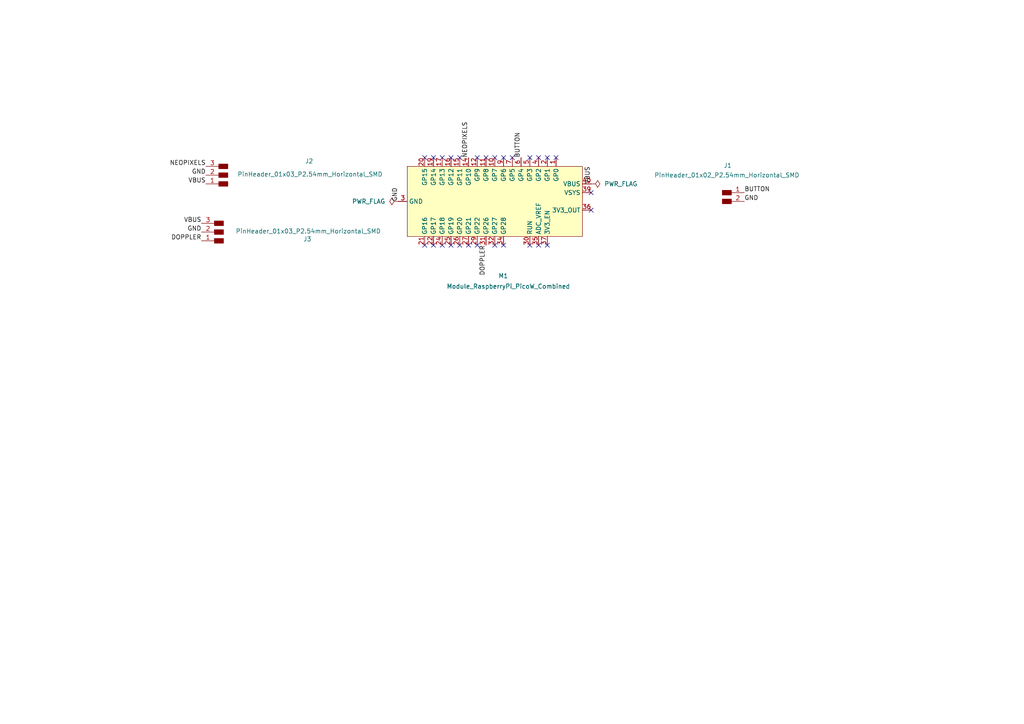
<source format=kicad_sch>
(kicad_sch (version 20250114) (generator "eeschema") (generator_version "9.0")
  (paper "A4")
  (title_block (title "Final project - Raspberry Pi Pico W") (date "2025-05-14") (rev "Ólöf Hannesdóttir"))
  (lib_symbols
    (symbol "fab:Module_RaspberryPi_PicoW_Combined"
      (property "Reference" "M" (at 0 0 0))
      (property "Value" "Module_RaspberryPi_PicoW_Combined" (at 0 0 0))
      (symbol "Module_RaspberryPi_PicoW_Combined_1_1"
        (rectangle (start -10.16 25.4) (end 10.16 -25.4) (fill (type background)))
        (pin bidirectional line (at -12.7 17.78 0) (length 2.54) (name "GP0") (number "1"))
        (pin bidirectional line (at -12.7 15.24 0) (length 2.54) (name "GP1") (number "2"))
        (pin bidirectional line (at -12.7 12.7 0) (length 2.54) (name "GP2") (number "4"))
        (pin bidirectional line (at -12.7 10.16 0) (length 2.54) (name "GP3") (number "5"))
        (pin bidirectional line (at -12.7 7.62 0) (length 2.54) (name "GP4") (number "6"))
        (pin bidirectional line (at -12.7 5.08 0) (length 2.54) (name "GP5") (number "7"))
        (pin bidirectional line (at -12.7 2.54 0) (length 2.54) (name "GP6") (number "9"))
        (pin bidirectional line (at -12.7 0 0) (length 2.54) (name "GP7") (number "10"))
        (pin bidirectional line (at -12.7 -2.54 0) (length 2.54) (name "GP8") (number "11"))
        (pin bidirectional line (at -12.7 -5.08 0) (length 2.54) (name "GP9") (number "12"))
        (pin bidirectional line (at -12.7 -7.62 0) (length 2.54) (name "GP10") (number "14"))
        (pin bidirectional line (at -12.7 -10.16 0) (length 2.54) (name "GP11") (number "15"))
        (pin bidirectional line (at -12.7 -12.7 0) (length 2.54) (name "GP12") (number "16"))
        (pin bidirectional line (at -12.7 -15.24 0) (length 2.54) (name "GP13") (number "17"))
        (pin bidirectional line (at -12.7 -17.78 0) (length 2.54) (name "GP14") (number "19"))
        (pin bidirectional line (at -12.7 -20.32 0) (length 2.54) (name "GP15") (number "20"))
        (pin power_in line (at -5.08 27.94 270) (length 2.54) (name "VBUS") (number "40"))
        (pin power_in line (at -2.54 27.94 270) (length 2.54) (name "VSYS") (number "39"))
        (pin passive line (at 0 -27.94 90) (length 2.54) (hide yes) (name "GND") (number "13"))
        (pin passive line (at 0 -27.94 90) (length 2.54) (hide yes) (name "GND") (number "18"))
        (pin passive line (at 0 -27.94 90) (length 2.54) (hide yes) (name "GND") (number "23"))
        (pin passive line (at 0 -27.94 90) (length 2.54) (hide yes) (name "GND") (number "28"))
        (pin power_in line (at 0 -27.94 90) (length 2.54) (name "GND") (number "3"))
        (pin passive line (at 0 -27.94 90) (length 2.54) (hide yes) (name "GND") (number "33"))
        (pin passive line (at 0 -27.94 90) (length 2.54) (hide yes) (name "GND") (number "38"))
        (pin passive line (at 0 -27.94 90) (length 2.54) (hide yes) (name "GND") (number "8"))
        (pin power_in line (at 2.54 27.94 270) (length 2.54) (name "3V3_OUT") (number "36"))
        (pin input line (at 12.7 15.24 180) (length 2.54) (name "3V3_EN") (number "37"))
        (pin input line (at 12.7 12.7 180) (length 2.54) (name "ADC_VREF") (number "35"))
        (pin input line (at 12.7 10.16 180) (length 2.54) (name "RUN") (number "30"))
        (pin bidirectional line (at 12.7 2.54 180) (length 2.54) (name "GP28") (number "34"))
        (pin bidirectional line (at 12.7 0 180) (length 2.54) (name "GP27") (number "32"))
        (pin bidirectional line (at 12.7 -2.54 180) (length 2.54) (name "GP26") (number "31"))
        (pin bidirectional line (at 12.7 -5.08 180) (length 2.54) (name "GP22") (number "29"))
        (pin bidirectional line (at 12.7 -7.62 180) (length 2.54) (name "GP21") (number "27"))
        (pin bidirectional line (at 12.7 -10.16 180) (length 2.54) (name "GP20") (number "26"))
        (pin bidirectional line (at 12.7 -12.7 180) (length 2.54) (name "GP19") (number "25"))
        (pin bidirectional line (at 12.7 -15.24 180) (length 2.54) (name "GP18") (number "24"))
        (pin bidirectional line (at 12.7 -17.78 180) (length 2.54) (name "GP17") (number "22"))
        (pin bidirectional line (at 12.7 -20.32 180) (length 2.54) (name "GP16") (number "21"))
      )
    )
    (symbol "fab:PWR_FLAG" (power) (pin_numbers (hide yes)) (pin_names (offset 0) (hide yes))
      (property "Value" "PWR_FLAG" (at 0 3.81 0))
      (symbol "PWR_FLAG_0_1"
        (polyline (pts (xy 0 0) (xy 0 1.27) (xy -1.016 1.905) (xy 0 2.54) (xy 1.016 1.905) (xy 0 1.27)))
      )
      (symbol "PWR_FLAG_1_0"
        (pin power_out line (at 0 0 90) (length 0) (name "PWR_FLAG") (number "1"))
      )
    )
    (symbol "fab:PinHeader_01x02_P2.54mm_Horizontal_SMD" (pin_names (hide yes))
      (property "Reference" "J" (at 0 2.54 0))
      (property "Value" "PinHeader_01x02_P2.54mm_Horizontal_SMD" (at 0 -5.08 0))
      (symbol "PinHeader_01x02_P2.54mm_Horizontal_SMD_1_1"
        (rectangle (start -1.27 0.635) (end 1.27 -0.635) (stroke (width 0.254)) (fill (type outline)))
        (rectangle (start -1.27 -1.905) (end 1.27 -3.175) (stroke (width 0.254)) (fill (type outline)))
        (pin passive line (at 5.08 0 180) (length 3.81) (name "Pin_1") (number "1"))
        (pin passive line (at 5.08 -2.54 180) (length 3.81) (name "Pin_2") (number "2"))
      )
    )
    (symbol "fab:PinHeader_01x03_P2.54mm_Horizontal_SMD" (pin_names (hide yes))
      (property "Reference" "J" (at 0 5.08 0))
      (property "Value" "PinHeader_01x03_P2.54mm_Horizontal_SMD" (at 0 -5.08 0))
      (symbol "PinHeader_01x03_P2.54mm_Horizontal_SMD_1_1"
        (rectangle (start -1.27 3.175) (end 1.27 1.905) (stroke (width 0.254)) (fill (type outline)))
        (rectangle (start -1.27 0.635) (end 1.27 -0.635) (stroke (width 0.254)) (fill (type outline)))
        (rectangle (start -1.27 -1.905) (end 1.27 -3.175) (stroke (width 0.254)) (fill (type outline)))
        (pin passive line (at 5.08 2.54 180) (length 3.81) (name "Pin_1") (number "1"))
        (pin passive line (at 5.08 0 180) (length 3.81) (name "Pin_2") (number "2"))
        (pin passive line (at 5.08 -2.54 180) (length 3.81) (name "Pin_3") (number "3"))
      )
    )
  )
  (no_connect (at 128.27 45.72))
  (no_connect (at 123.19 45.72))
  (no_connect (at 135.89 71.12))
  (no_connect (at 140.97 45.72))
  (no_connect (at 125.73 45.72))
  (no_connect (at 133.35 71.12))
  (no_connect (at 148.59 45.72))
  (no_connect (at 123.19 71.12))
  (no_connect (at 161.29 45.72))
  (no_connect (at 138.43 45.72))
  (no_connect (at 158.75 45.72))
  (no_connect (at 153.67 71.12))
  (no_connect (at 146.05 45.72))
  (no_connect (at 171.45 55.88))
  (no_connect (at 143.51 71.12))
  (no_connect (at 158.75 71.12))
  (no_connect (at 130.81 71.12))
  (no_connect (at 125.73 71.12))
  (no_connect (at 138.43 71.12))
  (no_connect (at 133.35 45.72))
  (no_connect (at 153.67 45.72))
  (no_connect (at 146.05 71.12))
  (no_connect (at 128.27 71.12))
  (no_connect (at 156.21 71.12))
  (no_connect (at 171.45 60.96))
  (no_connect (at 143.51 45.72))
  (no_connect (at 156.21 45.72))
  (no_connect (at 130.81 45.72))
  (label "GND" (at 59.69 50.8 180))
  (label "VBUS" (at 59.69 53.34 180))
  (label "BUTTON" (at 215.9 55.88 0))
  (label "GND" (at 58.42 67.31 180))
  (label "VBUS" (at 58.42 64.77 180))
  (label "DOPPLER" (at 58.42 69.85 180))
  (label "GND" (at 115.57 58.42 90))
  (label "NEOPIXELS" (at 59.69 48.26 180))
  (label "DOPPLER" (at 140.97 71.12 270))
  (label "NEOPIXELS" (at 135.89 45.72 90))
  (label "BUTTON" (at 151.13 45.72 90))
  (label "VBUS" (at 171.45 53.34 90))
  (label "GND" (at 215.9 58.42 0))
  (symbol (lib_id "fab:PinHeader_01x02_P2.54mm_Horizontal_SMD") (at 210.82 55.88 0) (unit 1)
    (property "Reference" "J1" (at 211.074 48.006 0))
    (property "Value" "PinHeader_01x02_P2.54mm_Horizontal_SMD" (at 210.82 50.8 0))
    (property "Footprint" "fab:PinHeader_01x02_P2.54mm_Horizontal_SMD" (effects (hide yes)))
    (property "Description" "Male connector, single row" (effects (hide yes)))
  )
  (symbol (lib_id "fab:PWR_FLAG") (at 115.57 58.42 90) (unit 1)
    (property "Reference" "#FLG01" (effects (hide yes)))
    (property "Value" "PWR_FLAG" (at 111.76 58.4199 90) (effects (justify left)))
    (property "Description" "Special symbol for telling ERC where power comes from" (effects (hide yes)))
  )
  (symbol (lib_id "fab:PWR_FLAG") (at 171.45 53.34 270) (unit 1)
    (property "Reference" "#FLG02" (effects (hide yes)))
    (property "Value" "PWR_FLAG" (at 175.26 53.3399 90) (effects (justify left)))
    (property "Description" "Special symbol for telling ERC where power comes from" (effects (hide yes)))
  )
  (symbol (lib_id "fab:PinHeader_01x03_P2.54mm_Horizontal_SMD") (at 63.5 67.31 180) (unit 1)
    (property "Reference" "J3" (at 89.154 69.342 0))
    (property "Value" "PinHeader_01x03_P2.54mm_Horizontal_SMD" (at 89.408 67.056 0))
    (property "Footprint" "fab:PinHeader_01x03_P2.54mm_Horizontal_SMD" (effects (hide yes)))
    (property "Description" "Male connector, single row" (effects (hide yes)))
  )
  (symbol (lib_id "fab:Module_RaspberryPi_PicoW_Combined") (at 143.51 58.42 270) (unit 1)
    (property "Reference" "M1" (at 144.526 80.01 90) (effects (justify left)))
    (property "Value" "Module_RaspberryPi_PicoW_Combined" (at 129.54 83.058 90) (effects (justify left)))
    (property "Footprint" "fab:RaspberryPi_PicoW_Combined" (effects (hide yes)))
    (property "Datasheet" "https://datasheets.raspberrypi.com/picow/pico-w-datasheet.pdf" (effects (hide yes)))
    (property "Description" "RP2040 Transceiver; 802.11 b/g/n (Wi-Fi, WiFi, WLAN), Bluetooth® 5 2.4GHz Evaluation Board" (effects (hide yes)))
  )
  (symbol (lib_id "fab:PinHeader_01x03_P2.54mm_Horizontal_SMD") (at 64.77 50.8 180) (unit 1)
    (property "Reference" "J2" (at 89.662 46.736 0))
    (property "Value" "PinHeader_01x03_P2.54mm_Horizontal_SMD" (at 89.916 50.546 0))
    (property "Footprint" "fab:PinHeader_01x03_P2.54mm_Horizontal_SMD" (effects (hide yes)))
    (property "Description" "Male connector, single row" (effects (hide yes)))
  )
)
</source>
